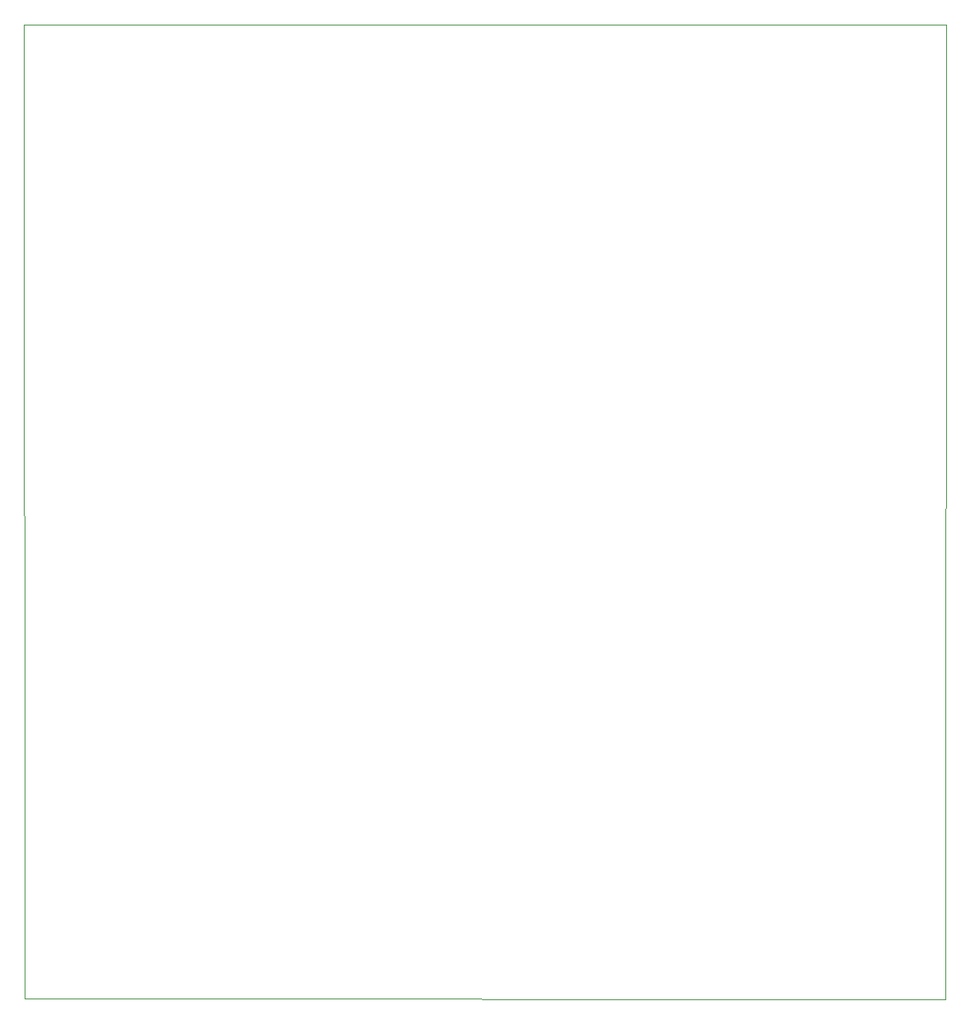
<source format=gbr>
G04 #@! TF.GenerationSoftware,KiCad,Pcbnew,(5.1.5)-3*
G04 #@! TF.CreationDate,2020-09-25T18:44:03-03:00*
G04 #@! TF.ProjectId,STM32G474,53544d33-3247-4343-9734-2e6b69636164,rev?*
G04 #@! TF.SameCoordinates,Original*
G04 #@! TF.FileFunction,Profile,NP*
%FSLAX46Y46*%
G04 Gerber Fmt 4.6, Leading zero omitted, Abs format (unit mm)*
G04 Created by KiCad (PCBNEW (5.1.5)-3) date 2020-09-25 18:44:03*
%MOMM*%
%LPD*%
G04 APERTURE LIST*
%ADD10C,0.100000*%
G04 APERTURE END LIST*
D10*
X111600000Y-49700000D02*
X111530000Y-150110000D01*
X16470000Y-49700000D02*
X111600000Y-49700000D01*
X16570000Y-150070000D02*
X16470000Y-49700000D01*
X111530000Y-150110000D02*
X16570000Y-150070000D01*
M02*

</source>
